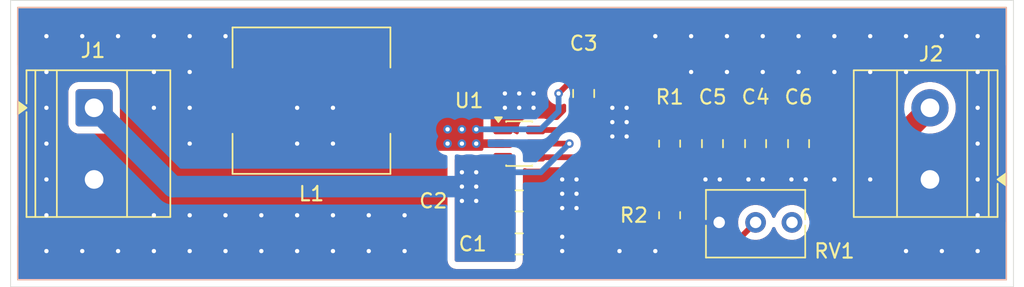
<source format=kicad_pcb>
(kicad_pcb (version 20241229) (generator "pcbnew") (generator_version "9.0")
  (layers (0 "F.Cu" signal) (2 "B.Cu" signal) (13 "F.Paste" user) (15 "B.Paste" user) (5 "F.SilkS" user "F.Silkscreen") (7 "B.SilkS" user "B.Silkscreen") (1 "F.Mask" user) (3 "B.Mask" user) (25 "Edge.Cuts" user))
  (net 0 "")
  (net 1 "GND")
  (net 2 "Net-(U1-CB)")
  (net 3 "Net-(R2-Pad2)")
  (net 5 "/VIN")
  (net 6 "/SW")
  (net 7 "/VOUT")
  (net 8 "/FB")
  (footprint "Package_TO_SOT_SMD:SOT-23-6" (layer "F.Cu") (at 155.5 90)
    (property "Reference" "U1" (at -3.5 -3 0) (layer "F.SilkS"))
    (property "Value" "LMR51430")
    (fp_line (start -0.91 -1.56) (end 0.91 -1.56) (stroke (width 0.12)) (layer "F.SilkS"))
    (fp_line (start -0.91 -1.51) (end -0.91 -1.56) (stroke (width 0.12)) (layer "F.SilkS"))
    (fp_line (start -0.91 1.56) (end -0.91 1.51) (stroke (width 0.12)) (layer "F.SilkS"))
    (fp_line (start 0.91 -1.56) (end 0.91 -1.51) (stroke (width 0.12)) (layer "F.SilkS"))
    (fp_line (start 0.91 1.51) (end 0.91 1.56) (stroke (width 0.12)) (layer "F.SilkS"))
    (fp_line (start 0.91 1.56) (end -0.91 1.56) (stroke (width 0.12)) (layer "F.SilkS"))
    (fp_poly (pts (xy -1.45 -1.51) (xy -1.69 -1.84) (xy -1.21 -1.84)) (stroke (width 0.12)) (fill yes) (layer "F.SilkS"))
    (pad "1" smd roundrect (at -1.1375 -0.95) (size 1.325 0.6) (layers "F.Cu" "F.Mask" "F.Paste") (net 1 "GND"))
    (pad "2" smd roundrect (at -1.1375 0) (size 1.325 0.6) (layers "F.Cu" "F.Mask" "F.Paste") (net 6 "/SW"))
    (pad "3" smd roundrect (at -1.1375 0.95) (size 1.325 0.6) (layers "F.Cu" "F.Mask" "F.Paste") (net 5 "/VIN"))
    (pad "4" smd roundrect (at 1.1375 0.95) (size 1.325 0.6) (layers "F.Cu" "F.Mask" "F.Paste") (net 8 "/FB"))
    (pad "5" smd roundrect (at 1.1375 0) (size 1.325 0.6) (layers "F.Cu" "F.Mask" "F.Paste") (net 5 "/VIN"))
    (pad "6" smd roundrect (at 1.1375 -0.95) (size 1.325 0.6) (layers "F.Cu" "F.Mask" "F.Paste") (net 2 "Net-(U1-CB)"))
  )
  (footprint "Capacitor_SMD:C_0805_2012Metric_Pad1.18x1.45mm_HandSolder" (layer "F.Cu") (at 172 90 -90)
    (property "Reference" "C4" (at -3.25 0 180) (layer "F.SilkS"))
    (property "Value" "22u")
    (fp_line (start -0.261252 0.735) (end 0.261252 0.735) (stroke (width 0.12)) (layer "F.SilkS"))
    (fp_line (start -0.261252 -0.735) (end 0.261252 -0.735) (stroke (width 0.12)) (layer "F.SilkS"))
    (pad "1" smd roundrect (at -1.0375 0 270) (size 1.175 1.45) (layers "F.Cu" "F.Mask" "F.Paste") (roundrect_rratio 0.212766) (net 7 "/VOUT"))
    (pad "2" smd roundrect (at 1.0375 0 270) (size 1.175 1.45) (layers "F.Cu" "F.Mask" "F.Paste") (roundrect_rratio 0.212766) (net 1 "GND"))
  )
  (footprint "Capacitor_SMD:C_0805_2012Metric_Pad1.18x1.45mm_HandSolder" (layer "F.Cu") (at 155.5 94)
    (property "Reference" "C2" (at -6 0 0) (layer "F.SilkS"))
    (property "Value" "100n")
    (fp_line (start -0.261252 -0.735) (end 0.261252 -0.735) (stroke (width 0.12)) (layer "F.SilkS"))
    (fp_line (start -0.261252 0.735) (end 0.261252 0.735) (stroke (width 0.12)) (layer "F.SilkS"))
    (pad "1" smd roundrect (at -1.0375 0) (size 1.175 1.45) (layers "F.Cu" "F.Mask" "F.Paste") (roundrect_rratio 0.212766) (net 5 "/VIN"))
    (pad "2" smd roundrect (at 1.0375 0) (size 1.175 1.45) (layers "F.Cu" "F.Mask" "F.Paste") (roundrect_rratio 0.212766) (net 1 "GND"))
  )
  (footprint "Potentiometer_THT:Potentiometer_Bourns_3266Y_Vertical" (layer "F.Cu") (at 174.54 95.5)
    (property "Reference" "RV1" (at 2.96 2 0) (layer "F.SilkS"))
    (property "Value" "20K")
    (fp_line (start -6.005 -2.27) (end 0.925 -2.27) (stroke (width 0.12)) (layer "F.SilkS"))
    (fp_line (start -6.005 -0.217) (end -6.005 -2.27) (stroke (width 0.12)) (layer "F.SilkS"))
    (fp_line (start -6.005 2.45) (end -6.005 0.217) (stroke (width 0.12)) (layer "F.SilkS"))
    (fp_line (start 0.925 -2.27) (end 0.925 -0.217) (stroke (width 0.12)) (layer "F.SilkS"))
    (fp_line (start 0.925 0.217) (end 0.925 2.45) (stroke (width 0.12)) (layer "F.SilkS"))
    (fp_line (start 0.925 2.45) (end -6.005 2.45) (stroke (width 0.12)) (layer "F.SilkS"))
    (pad "1" thru_hole circle (at 0 0) (size 1.44 1.44) (drill 0.8) (layers "*.Cu" "*.Mask"))
    (pad "2" thru_hole circle (at -2.54 0) (size 1.44 1.44) (drill 0.8) (layers "*.Cu" "*.Mask") (net 3 "Net-(R2-Pad2)"))
    (pad "3" thru_hole circle (at -5.08 0) (size 1.44 1.44) (drill 0.8) (layers "*.Cu" "*.Mask") (net 1 "GND"))
  )
  (footprint "TerminalBlock_Phoenix:TerminalBlock_Phoenix_MKDS-1,5-2_1x02_P5.00mm_Horizontal" (layer "F.Cu") (at 125.8275 87.5 -90)
    (property "Reference" "J1" (at -4 0.0775 180) (layer "F.SilkS"))
    (property "Value" "Input")
    (fp_line (start -2.62 4.72) (end -2.62 -5.32) (stroke (width 0.12)) (layer "F.SilkS"))
    (fp_line (start -0.3 4.72) (end -2.62 4.72) (stroke (width 0.12)) (layer "F.SilkS"))
    (fp_line (start 7.62 4.72) (end 0.3 4.72) (stroke (width 0.12)) (layer "F.SilkS"))
    (fp_line (start -2.62 4.1) (end 7.62 4.1) (stroke (width 0.12)) (layer "F.SilkS"))
    (fp_line (start -2.62 2.6) (end 7.62 2.6) (stroke (width 0.12)) (layer "F.SilkS"))
    (fp_line (start -2.62 -2.3) (end 7.62 -2.3) (stroke (width 0.12)) (layer "F.SilkS"))
    (fp_line (start -2.62 -5.32) (end 7.62 -5.32) (stroke (width 0.12)) (layer "F.SilkS"))
    (fp_line (start 7.62 -5.32) (end 7.62 4.72) (stroke (width 0.12)) (layer "F.SilkS"))
    (fp_poly (pts (xy 0 4.72) (xy 0.44 5.33) (xy -0.44 5.33)) (stroke (width 0.12)) (fill yes) (layer "F.SilkS"))
    (pad "1" thru_hole roundrect (at 0 0 270) (size 2.6 2.6) (drill 1.3) (layers "*.Cu" "*.Mask") (roundrect_rratio 0.096154) (net 5 "/VIN"))
    (pad "2" thru_hole circle (at 5 0 270) (size 2.6 2.6) (drill 1.3) (layers "*.Cu" "*.Mask") (net 1 "GND"))
  )
  (footprint "Capacitor_SMD:C_0805_2012Metric_Pad1.18x1.45mm_HandSolder" (layer "F.Cu") (at 160 86.5 90)
    (property "Reference" "C3" (at 3.5 0 180) (layer "F.SilkS"))
    (property "Value" "100n")
    (fp_line (start -0.261252 -0.735) (end 0.261252 -0.735) (stroke (width 0.12)) (layer "F.SilkS"))
    (fp_line (start -0.261252 0.735) (end 0.261252 0.735) (stroke (width 0.12)) (layer "F.SilkS"))
    (pad "1" smd roundrect (at -1.0375 0 90) (size 1.175 1.45) (layers "F.Cu" "F.Mask" "F.Paste") (roundrect_rratio 0.212766) (net 2 "Net-(U1-CB)"))
    (pad "2" smd roundrect (at 1.0375 0 90) (size 1.175 1.45) (layers "F.Cu" "F.Mask" "F.Paste") (roundrect_rratio 0.212766) (net 6 "/SW"))
  )
  (footprint "Resistor_SMD:R_0805_2012Metric_Pad1.20x1.40mm_HandSolder" (layer "F.Cu") (at 166 95 -90)
    (property "Reference" "R2" (at 0 2.5 180) (layer "F.SilkS"))
    (property "Value" "5K")
    (fp_line (start -0.227064 0.735) (end 0.227064 0.735) (stroke (width 0.12)) (layer "F.SilkS"))
    (fp_line (start -0.227064 -0.735) (end 0.227064 -0.735) (stroke (width 0.12)) (layer "F.SilkS"))
    (pad "1" smd roundrect (at -1 0 270) (size 1.2 1.4) (layers "F.Cu" "F.Mask" "F.Paste") (roundrect_rratio 0.208333) (net 8 "/FB"))
    (pad "2" smd roundrect (at 1 0 270) (size 1.2 1.4) (layers "F.Cu" "F.Mask" "F.Paste") (roundrect_rratio 0.208333) (net 3 "Net-(R2-Pad2)"))
  )
  (footprint "Capacitor_SMD:C_0805_2012Metric_Pad1.18x1.45mm_HandSolder" (layer "F.Cu") (at 175 90 -90)
    (property "Reference" "C6" (at -3.25 0 180) (layer "F.SilkS"))
    (property "Value" "22u")
    (fp_line (start -0.261252 0.735) (end 0.261252 0.735) (stroke (width 0.12)) (layer "F.SilkS"))
    (fp_line (start -0.261252 -0.735) (end 0.261252 -0.735) (stroke (width 0.12)) (layer "F.SilkS"))
    (pad "1" smd roundrect (at -1.0375 0 270) (size 1.175 1.45) (layers "F.Cu" "F.Mask" "F.Paste") (roundrect_rratio 0.212766) (net 7 "/VOUT"))
    (pad "2" smd roundrect (at 1.0375 0 270) (size 1.175 1.45) (layers "F.Cu" "F.Mask" "F.Paste") (roundrect_rratio 0.212766) (net 1 "GND"))
  )
  (footprint "Capacitor_SMD:C_0805_2012Metric_Pad1.18x1.45mm_HandSolder" (layer "F.Cu") (at 155.5 97)
    (property "Reference" "C1" (at -3.25 0 180) (layer "F.SilkS"))
    (property "Value" "4.7u")
    (fp_line (start -0.261252 -0.735) (end 0.261252 -0.735) (stroke (width 0.12)) (layer "F.SilkS"))
    (fp_line (start -0.261252 0.735) (end 0.261252 0.735) (stroke (width 0.12)) (layer "F.SilkS"))
    (pad "1" smd roundrect (at -1.0375 0) (size 1.175 1.45) (layers "F.Cu" "F.Mask" "F.Paste") (roundrect_rratio 0.212766) (net 5 "/VIN"))
    (pad "2" smd roundrect (at 1.0375 0) (size 1.175 1.45) (layers "F.Cu" "F.Mask" "F.Paste") (roundrect_rratio 0.212766) (net 1 "GND"))
  )
  (footprint "Resistor_SMD:R_0805_2012Metric_Pad1.20x1.40mm_HandSolder" (layer "F.Cu") (at 166 90 -90)
    (property "Reference" "R1" (at -3.25 0 180) (layer "F.SilkS"))
    (property "Value" "100K")
    (fp_line (start -0.227064 0.735) (end 0.227064 0.735) (stroke (width 0.12)) (layer "F.SilkS"))
    (fp_line (start -0.227064 -0.735) (end 0.227064 -0.735) (stroke (width 0.12)) (layer "F.SilkS"))
    (pad "1" smd roundrect (at -1 0 270) (size 1.2 1.4) (layers "F.Cu" "F.Mask" "F.Paste") (roundrect_rratio 0.208333) (net 7 "/VOUT"))
    (pad "2" smd roundrect (at 1 0 270) (size 1.2 1.4) (layers "F.Cu" "F.Mask" "F.Paste") (roundrect_rratio 0.208333) (net 8 "/FB"))
  )
  (footprint "Inductor_SMD:L_APV_APH1030" (layer "F.Cu") (at 141 87 180)
    (property "Reference" "L1" (at 0 -6.5 0) (layer "F.SilkS"))
    (property "Value" "12u")
    (fp_line (start 5.51 5.11) (end -5.51 5.11) (stroke (width 0.12)) (layer "F.SilkS"))
    (fp_line (start 5.51 2.31) (end 5.51 5.11) (stroke (width 0.12)) (layer "F.SilkS"))
    (fp_line (start 5.51 -5.11) (end 5.51 -2.31) (stroke (width 0.12)) (layer "F.SilkS"))
    (fp_line (start -5.51 5.11) (end -5.51 2.31) (stroke (width 0.12)) (layer "F.SilkS"))
    (fp_line (start -5.51 -2.31) (end -5.51 -5.11) (stroke (width 0.12)) (layer "F.SilkS"))
    (fp_line (start -5.51 -5.11) (end 5.51 -5.11) (stroke (width 0.12)) (layer "F.SilkS"))
    (pad "1" smd roundrect (at -4.75 0 180) (size 4.1 4.1) (layers "F.Cu" "F.Mask" "F.Paste") (roundrect_rratio 0.060976) (net 6 "/SW"))
    (pad "2" smd roundrect (at 4.75 0 180) (size 4.1 4.1) (layers "F.Cu" "F.Mask" "F.Paste") (roundrect_rratio 0.060976) (net 7 "/VOUT"))
  )
  (footprint "Capacitor_SMD:C_0805_2012Metric_Pad1.18x1.45mm_HandSolder" (layer "F.Cu") (at 168.99 90 -90)
    (property "Reference" "C5" (at -3.25 -0.01 180) (layer "F.SilkS"))
    (property "Value" "22u")
    (fp_line (start -0.261252 0.735) (end 0.261252 0.735) (stroke (width 0.12)) (layer "F.SilkS"))
    (fp_line (start -0.261252 -0.735) (end 0.261252 -0.735) (stroke (width 0.12)) (layer "F.SilkS"))
    (pad "1" smd roundrect (at -1.0375 0 270) (size 1.175 1.45) (layers "F.Cu" "F.Mask" "F.Paste") (roundrect_rratio 0.212766) (net 7 "/VOUT"))
    (pad "2" smd roundrect (at 1.0375 0 270) (size 1.175 1.45) (layers "F.Cu" "F.Mask" "F.Paste") (roundrect_rratio 0.212766) (net 1 "GND"))
  )
  (footprint "TerminalBlock_Phoenix:TerminalBlock_Phoenix_MKDS-1,5-2_1x02_P5.00mm_Horizontal" (layer "F.Cu") (at 184.1725 92.5 90)
    (property "Reference" "J2" (at 8.75 0.0775 180) (layer "F.SilkS"))
    (property "Value" "Output")
    (fp_line (start 7.62 -5.32) (end 7.62 4.72) (stroke (width 0.12)) (layer "F.SilkS"))
    (fp_line (start -2.62 -5.32) (end 7.62 -5.32) (stroke (width 0.12)) (layer "F.SilkS"))
    (fp_line (start -2.62 -2.3) (end 7.62 -2.3) (stroke (width 0.12)) (layer "F.SilkS"))
    (fp_line (start -2.62 2.6) (end 7.62 2.6) (stroke (width 0.12)) (layer "F.SilkS"))
    (fp_line (start -2.62 4.1) (end 7.62 4.1) (stroke (width 0.12)) (layer "F.SilkS"))
    (fp_line (start 7.62 4.72) (end 0.3 4.72) (stroke (width 0.12)) (layer "F.SilkS"))
    (fp_line (start -0.3 4.72) (end -2.62 4.72) (stroke (width 0.12)) (layer "F.SilkS"))
    (fp_line (start -2.62 4.72) (end -2.62 -5.32) (stroke (width 0.12)) (layer "F.SilkS"))
    (fp_poly (pts (xy 0 4.72) (xy 0.44 5.33) (xy -0.44 5.33)) (stroke (width 0.12)) (fill yes) (layer "F.SilkS"))
    (pad "1" thru_hole roundrect (at 0 0 90) (size 2.6 2.6) (drill 1.3) (layers "*.Cu" "*.Mask") (roundrect_rratio 0.096154) (net 1 "GND"))
    (pad "2" thru_hole circle (at 5 0 90) (size 2.6 2.6) (drill 1.3) (layers "*.Cu" "*.Mask") (net 7 "/VOUT"))
  )
  (gr_line (start 120.5 99.5) (end 189.5 99.5) (stroke (width 0.1)) (layer "F.SilkS"))
  (gr_line (start 189.5 80.5) (end 120.5 80.5) (stroke (width 0.1)) (layer "F.SilkS"))
  (gr_line (start 120.5 80.5) (end 120.5 84.5) (stroke (width 0.1)) (layer "F.SilkS"))
  (gr_line (start 120.5 95.75) (end 120.5 99.5) (stroke (width 0.1)) (layer "F.SilkS"))
  (gr_line (start 189.5 99.5) (end 189.5 95.5) (stroke (width 0.1)) (layer "F.SilkS"))
  (gr_line (start 189.5 84.5) (end 189.5 80.5) (stroke (width 0.1)) (layer "F.SilkS"))
  (gr_rect (start 120.5 80.5) (end 189.5 99.5) (stroke (width 0.1)) (fill no) (layer "B.SilkS"))
  (gr_rect (start 120 80) (end 190 100) (stroke (width 0.05)) (fill no) (layer "Edge.Cuts"))
  (via (at 187.5 97.5) (size 0.6) (drill 0.3) (layers "F.Cu" "B.Cu") (net 1))
  (via (at 130 87.5) (size 0.6) (drill 0.3) (layers "F.Cu" "B.Cu") (net 1))
  (via (at 187.5 90) (size 0.6) (drill 0.3) (layers "F.Cu" "B.Cu") (net 1))
  (via (at 127.5 97.5) (size 0.6) (drill 0.3) (layers "F.Cu" "B.Cu") (net 1))
  (via (at 154.5 86.5) (size 0.6) (drill 0.3) (layers "F.Cu" "B.Cu") (net 1))
  (via (at 158.5 94.5) (size 0.6) (drill 0.3) (layers "F.Cu" "B.Cu") (net 1))
  (via (at 175.5 92.5) (size 0.6) (drill 0.3) (layers "F.Cu" "B.Cu") (net 1))
  (via (at 174.5 92.5) (size 0.6) (drill 0.3) (layers "F.Cu" "B.Cu") (net 1))
  (via (at 140 95) (size 0.6) (drill 0.3) (layers "F.Cu" "B.Cu") (net 1))
  (via (at 155.5 86.5) (size 0.6) (drill 0.3) (layers "F.Cu" "B.Cu") (net 1))
  (via (at 187.5 85) (size 0.6) (drill 0.3) (layers "F.Cu" "B.Cu") (net 1))
  (via (at 130 95) (size 0.6) (drill 0.3) (layers "F.Cu" "B.Cu") (net 1))
  (via (at 187.5 82.5) (size 0.6) (drill 0.3) (layers "F.Cu" "B.Cu") (net 1))
  (via (at 163 89.5) (size 0.6) (drill 0.3) (layers "F.Cu" "B.Cu") (net 1))
  (via (at 159.5 94.5) (size 0.6) (drill 0.3) (layers "F.Cu" "B.Cu") (net 1))
  (via (at 172.5 82.5) (size 0.6) (drill 0.3) (layers "F.Cu" "B.Cu") (net 1))
  (via (at 175 85) (size 0.6) (drill 0.3) (layers "F.Cu" "B.Cu") (net 1))
  (via (at 122.5 97.5) (size 0.6) (drill 0.3) (layers "F.Cu" "B.Cu") (net 1))
  (via (at 137.5 97.5) (size 0.6) (drill 0.3) (layers "F.Cu" "B.Cu") (net 1))
  (via (at 122.5 87.5) (size 0.6) (drill 0.3) (layers "F.Cu" "B.Cu") (net 1))
  (via (at 140 87.5) (size 0.6) (drill 0.3) (layers "F.Cu" "B.Cu") (net 1))
  (via (at 172.5 85) (size 0.6) (drill 0.3) (layers "F.Cu" "B.Cu") (net 1))
  (via (at 156.5 86.5) (size 0.6) (drill 0.3) (layers "F.Cu" "B.Cu") (net 1))
  (via (at 125 97.5) (size 0.6) (drill 0.3) (layers "F.Cu" "B.Cu") (net 1))
  (via (at 182.5 82.5) (size 0.6) (drill 0.3) (layers "F.Cu" "B.Cu") (net 1))
  (via (at 132.5 82.5) (size 0.6) (drill 0.3) (layers "F.Cu" "B.Cu") (net 1))
  (via (at 145 97.5) (size 0.6) (drill 0.3) (layers "F.Cu" "B.Cu") (net 1))
  (via (at 122.5 92.5) (size 0.6) (drill 0.3) (layers "F.Cu" "B.Cu") (net 1))
  (via (at 162.5 97.5) (size 0.6) (drill 0.3) (layers "F.Cu" "B.Cu") (net 1))
  (via (at 162 87.5) (size 0.6) (drill 0.3) (layers "F.Cu" "B.Cu") (net 1))
  (via (at 130 82.5) (size 0.6) (drill 0.3) (layers "F.Cu" "B.Cu") (net 1))
  (via (at 132.5 90) (size 0.6) (drill 0.3) (layers "F.Cu" "B.Cu") (net 1))
  (via (at 140 90) (size 0.6) (drill 0.3) (layers "F.Cu" "B.Cu") (net 1))
  (via (at 165 97.5) (size 0.6) (drill 0.3) (layers "F.Cu" "B.Cu") (net 1))
  (via (at 180 92.5) (size 0.6) (drill 0.3) (layers "F.Cu" "B.Cu") (net 1))
  (via (at 122.5 85) (size 0.6) (drill 0.3) (layers "F.Cu" "B.Cu") (net 1))
  (via (at 180 85) (size 0.6) (drill 0.3) (layers "F.Cu" "B.Cu") (net 1))
  (via (at 187.5 95) (size 0.6) (drill 0.3) (layers "F.Cu" "B.Cu") (net 1))
  (via (at 159.5 93.5) (size 0.6) (drill 0.3) (layers "F.Cu" "B.Cu") (net 1))
  (via (at 158.5 96.5) (size 0.6) (drill 0.3) (layers "F.Cu" "B.Cu") (net 1))
  (via (at 142.5 95) (size 0.6) (drill 0.3) (layers "F.Cu" "B.Cu") (net 1))
  (via (at 155.5 87.5) (size 0.6) (drill 0.3) (layers "F.Cu" "B.Cu") (net 1))
  (via (at 142.5 90) (size 0.6) (drill 0.3) (layers "F.Cu" "B.Cu") (net 1))
  (via (at 156.5 87.5) (size 0.6) (drill 0.3) (layers "F.Cu" "B.Cu") (net 1))
  (via (at 167.5 85) (size 0.6) (drill 0.3) (layers "F.Cu" "B.Cu") (net 1))
  (via (at 158.5 97.5) (size 0.6) (drill 0.3) (layers "F.Cu" "B.Cu") (net 1))
  (via (at 165 82.5) (size 0.6) (drill 0.3) (layers "F.Cu" "B.Cu") (net 1))
  (via (at 142.5 87.5) (size 0.6) (drill 0.3) (layers "F.Cu" "B.Cu") (net 1))
  (via (at 130 97.5) (size 0.6) (drill 0.3) (layers "F.Cu" "B.Cu") (net 1))
  (via (at 185 82.5) (size 0.6) (drill 0.3) (layers "F.Cu" "B.Cu") (net 1))
  (via (at 177.5 82.5) (size 0.6) (drill 0.3) (layers "F.Cu" "B.Cu") (net 1))
  (via (at 158.5 92.5) (size 0.6) (drill 0.3) (layers "F.Cu" "B.Cu") (net 1))
  (via (at 182.5 85) (size 0.6) (drill 0.3) (layers "F.Cu" "B.Cu") (net 1))
  (via (at 145 95) (size 0.6) (drill 0.3) (layers "F.Cu" "B.Cu") (net 1))
  (via (at 170 85) (size 0.6) (drill 0.3) (layers "F.Cu" "B.Cu") (net 1))
  (via (at 168.5 92.5) (size 0.6) (drill 0.3) (layers "F.Cu" "B.Cu") (net 1))
  (via (at 177.5 92.5) (size 0.6) (drill 0.3) (layers "F.Cu" "B.Cu") (net 1))
  (via (at 158.5 93.5) (size 0.6) (drill 0.3) (layers "F.Cu" "B.Cu") (net 1))
  (via (at 140 97.5) (size 0.6) (drill 0.3) (layers "F.Cu" "B.Cu") (net 1))
  (via (at 132.5 97.5) (size 0.6) (drill 0.3) (layers "F.Cu" "B.Cu") (net 1))
  (via (at 169.5 92.5) (size 0.6) (drill 0.3) (layers "F.Cu" "B.Cu") (net 1))
  (via (at 130 85) (size 0.6) (drill 0.3) (layers "F.Cu" "B.Cu") (net 1))
  (via (at 185 97.5) (size 0.6) (drill 0.3) (layers "F.Cu" "B.Cu") (net 1))
  (via (at 170 82.5) (size 0.6) (drill 0.3) (layers "F.Cu" "B.Cu") (net 1))
  (via (at 175 82.5) (size 0.6) (drill 0.3) (layers "F.Cu" "B.Cu") (net 1))
  (via (at 182.5 97.5) (size 0.6) (drill 0.3) (layers "F.Cu" "B.Cu") (net 1))
  (via (at 187.5 92.5) (size 0.6) (drill 0.3) (layers "F.Cu" "B.Cu") (net 1))
  (via (at 135 97.5) (size 0.6) (drill 0.3) (layers "F.Cu" "B.Cu") (net 1))
  (via (at 135 82.5) (size 0.6) (drill 0.3) (layers "F.Cu" "B.Cu") (net 1))
  (via (at 135 95) (size 0.6) (drill 0.3) (layers "F.Cu" "B.Cu") (net 1))
  (via (at 147.5 97.5) (size 0.6) (drill 0.3) (layers "F.Cu" "B.Cu") (net 1))
  (via (at 171.5 92.5) (size 0.6) (drill 0.3) (layers "F.Cu" "B.Cu") (net 1))
  (via (at 177.5 85) (size 0.6) (drill 0.3) (layers "F.Cu" "B.Cu") (net 1))
  (via (at 122.5 90) (size 0.6) (drill 0.3) (layers "F.Cu" "B.Cu") (net 1))
  (via (at 180 82.5) (size 0.6) (drill 0.3) (layers "F.Cu" "B.Cu") (net 1))
  (via (at 132.5 87.5) (size 0.6) (drill 0.3) (layers "F.Cu" "B.Cu") (net 1))
  (via (at 127.5 82.5) (size 0.6) (drill 0.3) (layers "F.Cu" "B.Cu") (net 1))
  (via (at 163 87.5) (size 0.6) (drill 0.3) (layers "F.Cu" "B.Cu") (net 1))
  (via (at 162 88.5) (size 0.6) (drill 0.3) (layers "F.Cu" "B.Cu") (net 1))
  (via (at 122.5 95) (size 0.6) (drill 0.3) (layers "F.Cu" "B.Cu") (net 1))
  (via (at 132.5 95) (size 0.6) (drill 0.3) (layers "F.Cu" "B.Cu") (net 1))
  (via (at 142.5 97.5) (size 0.6) (drill 0.3) (layers "F.Cu" "B.Cu") (net 1))
  (via (at 122.5 82.5) (size 0.6) (drill 0.3) (layers "F.Cu" "B.Cu") (net 1))
  (via (at 125 82.5) (size 0.6) (drill 0.3) (layers "F.Cu" "B.Cu") (net 1))
  (via (at 159.5 92.5) (size 0.6) (drill 0.3) (layers "F.Cu" "B.Cu") (net 1))
  (via (at 172.5 92.5) (size 0.6) (drill 0.3) (layers "F.Cu" "B.Cu") (net 1))
  (via (at 132.5 85) (size 0.6) (drill 0.3) (layers "F.Cu" "B.Cu") (net 1))
  (via (at 187.5 87.5) (size 0.6) (drill 0.3) (layers "F.Cu" "B.Cu") (net 1))
  (via (at 167.5 82.5) (size 0.6) (drill 0.3) (layers "F.Cu" "B.Cu") (net 1))
  (via (at 162 89.5) (size 0.6) (drill 0.3) (layers "F.Cu" "B.Cu") (net 1))
  (via (at 137.5 95) (size 0.6) (drill 0.3) (layers "F.Cu" "B.Cu") (net 1))
  (via (at 163 88.5) (size 0.6) (drill 0.3) (layers "F.Cu" "B.Cu") (net 1))
  (via (at 154.5 87.5) (size 0.6) (drill 0.3) (layers "F.Cu" "B.Cu") (net 1))
  (via (at 147.5 95) (size 0.6) (drill 0.3) (layers "F.Cu" "B.Cu") (net 1))
  (segment (start 160 87.5375) (end 158.4875 89.05) (width 0.4) (layer "F.Cu") (net 2))
  (segment (start 158.4875 89.05) (end 156.6375 89.05) (width 0.4) (layer "F.Cu") (net 2))
  (segment (start 166 96) (end 167.5 97.5) (width 0.4) (layer "F.Cu") (net 3))
  (segment (start 167.5 97.5) (end 170 97.5) (width 0.4) (layer "F.Cu") (net 3))
  (segment (start 170 97.5) (end 172 95.5) (width 0.4) (layer "F.Cu") (net 3))
  (segment (start 156.6375 90) (end 159 90) (width 0.4) (layer "F.Cu") (net 5))
  (via (at 152.5 92) (size 0.6) (drill 0.3) (layers "F.Cu" "B.Cu") (net 5))
  (via (at 152.5 94) (size 0.6) (drill 0.3) (layers "F.Cu" "B.Cu") (net 5))
  (via (at 159 90) (size 0.6) (drill 0.3) (layers "F.Cu" "B.Cu") (net 5))
  (via (at 151.5 94) (size 0.6) (drill 0.3) (layers "F.Cu" "B.Cu") (net 5))
  (via (at 152.5 93) (size 0.6) (drill 0.3) (layers "F.Cu" "B.Cu") (net 5))
  (via (at 151.5 92) (size 0.6) (drill 0.3) (layers "F.Cu" "B.Cu") (net 5))
  (via (at 151.5 93) (size 0.6) (drill 0.3) (layers "F.Cu" "B.Cu") (net 5))
  (segment (start 131.3275 93) (end 125.8275 87.5) (width 1.5) (layer "B.Cu") (net 5))
  (segment (start 159 90) (end 157 92) (width 0.4) (layer "B.Cu") (net 5))
  (segment (start 151.5 93) (end 131.3275 93) (width 1.5) (layer "B.Cu") (net 5))
  (segment (start 157 92) (end 152.5 92) (width 0.4) (layer "B.Cu") (net 5))
  (segment (start 158.25 86.5) (end 159.25 85.5) (width 0.4) (layer "F.Cu") (net 6))
  (segment (start 159.25 85.5) (end 159.9625 85.5) (width 0.4) (layer "F.Cu") (net 6))
  (segment (start 152.5 90) (end 154.3625 90) (width 0.6) (layer "F.Cu") (net 6))
  (segment (start 159.9625 85.5) (end 160 85.4625) (width 0.4) (layer "F.Cu") (net 6))
  (via (at 152.5 89) (size 0.6) (drill 0.3) (layers "F.Cu" "B.Cu") (net 6))
  (via (at 150.5 90) (size 0.6) (drill 0.3) (layers "F.Cu" "B.Cu") (net 6))
  (via (at 151.5 90) (size 0.6) (drill 0.3) (layers "F.Cu" "B.Cu") (net 6))
  (via (at 150.5 89) (size 0.6) (drill 0.3) (layers "F.Cu" "B.Cu") (net 6))
  (via (at 158.25 86.5) (size 0.6) (drill 0.3) (layers "F.Cu" "B.Cu") (net 6))
  (via (at 151.5 89) (size 0.6) (drill 0.3) (layers "F.Cu" "B.Cu") (net 6))
  (via (at 152.5 90) (size 0.6) (drill 0.3) (layers "F.Cu" "B.Cu") (net 6))
  (segment (start 157 89) (end 152.5 89) (width 0.4) (layer "B.Cu") (net 6))
  (segment (start 158.25 86.5) (end 158.25 87.75) (width 0.4) (layer "B.Cu") (net 6))
  (segment (start 158.25 87.75) (end 157 89) (width 0.4) (layer "B.Cu") (net 6))
  (segment (start 166.0375 88.9625) (end 166.0375 87.0375) (width 1.5) (layer "F.Cu") (net 7))
  (segment (start 166.0375 88.9625) (end 166 89) (width 1.5) (layer "F.Cu") (net 7))
  (segment (start 182.71 88.9625) (end 175 88.9625) (width 1.5) (layer "F.Cu") (net 7))
  (segment (start 175 88.9625) (end 172 88.9625) (width 1.5) (layer "F.Cu") (net 7))
  (segment (start 184.1725 87.5) (end 182.71 88.9625) (width 1.5) (layer "F.Cu") (net 7))
  (segment (start 162 83) (end 140.25 83) (width 1.5) (layer "F.Cu") (net 7))
  (segment (start 140.25 83) (end 136.25 87) (width 1.5) (layer "F.Cu") (net 7))
  (segment (start 168.99 88.9625) (end 166.0375 88.9625) (width 1.5) (layer "F.Cu") (net 7))
  (segment (start 166.0375 87.0375) (end 162 83) (width 1.5) (layer "F.Cu") (net 7))
  (segment (start 172 88.9625) (end 168.99 88.9625) (width 1.5) (layer "F.Cu") (net 7))
  (segment (start 165.95 90.95) (end 156.6375 90.95) (width 0.4) (layer "F.Cu") (net 8))
  (segment (start 166 91) (end 165.95 90.95) (width 0.4) (layer "F.Cu") (net 8))
  (segment (start 166 91) (end 166 94) (width 0.4) (layer "F.Cu") (net 8))
  (zone (net 6) (net_name "/SW") (layer "F.Cu") (priority 2) (connect_pads yes (clearance 0.5)) (min_thickness 0.25) (fill yes (thermal_gap 0.5) (thermal_bridge_width 0.5))
    (polygon (pts (xy 143.25 84.5) (xy 143.25 90.5) (xy 153 90.5) (xy 153 84.5)))
  )
  (zone (net 1) (net_name "GND") (layers "F.Cu" "B.Cu") (connect_pads yes (clearance 0.5)) (min_thickness 0.25) (fill yes (thermal_gap 0.5) (thermal_bridge_width 0.5))
    (polygon (pts (xy 120 80) (xy 120 100) (xy 190 100) (xy 190 80)))
  )
  (zone (net 5) (net_name "/VIN") (layers "F.Cu" "B.Cu") (priority 1) (connect_pads yes (clearance 0.5)) (min_thickness 0.25) (fill yes (thermal_gap 0.5) (thermal_bridge_width 0.5))
    (polygon (pts (xy 151 90.75) (xy 155.25 90.75) (xy 155.25 98.25) (xy 151 98.25)))
  )
)
</source>
